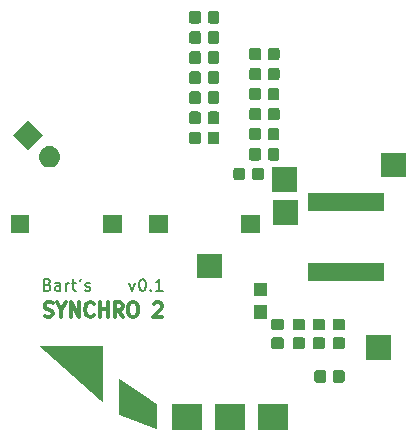
<source format=gbr>
G04 #@! TF.GenerationSoftware,KiCad,Pcbnew,5.1.4-1.fc30*
G04 #@! TF.CreationDate,2019-09-08T13:51:55+02:00*
G04 #@! TF.ProjectId,synchro2,73796e63-6872-46f3-922e-6b696361645f,rev?*
G04 #@! TF.SameCoordinates,Original*
G04 #@! TF.FileFunction,Soldermask,Top*
G04 #@! TF.FilePolarity,Negative*
%FSLAX46Y46*%
G04 Gerber Fmt 4.6, Leading zero omitted, Abs format (unit mm)*
G04 Created by KiCad (PCBNEW 5.1.4-1.fc30) date 2019-09-08 13:51:55*
%MOMM*%
%LPD*%
G04 APERTURE LIST*
%ADD10C,0.100000*%
%ADD11C,0.300000*%
%ADD12C,0.200000*%
G04 APERTURE END LIST*
D10*
G36*
X226100000Y-133650000D02*
G01*
X223650000Y-133650000D01*
X223650000Y-131500000D01*
X226100000Y-131500000D01*
X226100000Y-133650000D01*
G37*
X226100000Y-133650000D02*
X223650000Y-133650000D01*
X223650000Y-131500000D01*
X226100000Y-131500000D01*
X226100000Y-133650000D01*
G36*
X222450000Y-133650000D02*
G01*
X220000000Y-133650000D01*
X220000000Y-131500000D01*
X222450000Y-131500000D01*
X222450000Y-133650000D01*
G37*
X222450000Y-133650000D02*
X220000000Y-133650000D01*
X220000000Y-131500000D01*
X222450000Y-131500000D01*
X222450000Y-133650000D01*
G36*
X218800000Y-133650000D02*
G01*
X216350000Y-133650000D01*
X216350000Y-131500000D01*
X218800000Y-131500000D01*
X218800000Y-133650000D01*
G37*
X218800000Y-133650000D02*
X216350000Y-133650000D01*
X216350000Y-131500000D01*
X218800000Y-131500000D01*
X218800000Y-133650000D01*
G36*
X215050000Y-131550000D02*
G01*
X215050000Y-133550000D01*
X211850000Y-132400000D01*
X211850000Y-129400000D01*
X215050000Y-131550000D01*
G37*
X215050000Y-131550000D02*
X215050000Y-133550000D01*
X211850000Y-132400000D01*
X211850000Y-129400000D01*
X215050000Y-131550000D01*
G36*
X210450000Y-131250000D02*
G01*
X205200000Y-126600000D01*
X210450000Y-126600000D01*
X210450000Y-131250000D01*
G37*
X210450000Y-131250000D02*
X205200000Y-126600000D01*
X210450000Y-126600000D01*
X210450000Y-131250000D01*
D11*
X205578571Y-124085714D02*
X205750000Y-124142857D01*
X206035714Y-124142857D01*
X206150000Y-124085714D01*
X206207142Y-124028571D01*
X206264285Y-123914285D01*
X206264285Y-123800000D01*
X206207142Y-123685714D01*
X206150000Y-123628571D01*
X206035714Y-123571428D01*
X205807142Y-123514285D01*
X205692857Y-123457142D01*
X205635714Y-123400000D01*
X205578571Y-123285714D01*
X205578571Y-123171428D01*
X205635714Y-123057142D01*
X205692857Y-123000000D01*
X205807142Y-122942857D01*
X206092857Y-122942857D01*
X206264285Y-123000000D01*
X207007142Y-123571428D02*
X207007142Y-124142857D01*
X206607142Y-122942857D02*
X207007142Y-123571428D01*
X207407142Y-122942857D01*
X207807142Y-124142857D02*
X207807142Y-122942857D01*
X208492857Y-124142857D01*
X208492857Y-122942857D01*
X209750000Y-124028571D02*
X209692857Y-124085714D01*
X209521428Y-124142857D01*
X209407142Y-124142857D01*
X209235714Y-124085714D01*
X209121428Y-123971428D01*
X209064285Y-123857142D01*
X209007142Y-123628571D01*
X209007142Y-123457142D01*
X209064285Y-123228571D01*
X209121428Y-123114285D01*
X209235714Y-123000000D01*
X209407142Y-122942857D01*
X209521428Y-122942857D01*
X209692857Y-123000000D01*
X209750000Y-123057142D01*
X210264285Y-124142857D02*
X210264285Y-122942857D01*
X210264285Y-123514285D02*
X210950000Y-123514285D01*
X210950000Y-124142857D02*
X210950000Y-122942857D01*
X212207142Y-124142857D02*
X211807142Y-123571428D01*
X211521428Y-124142857D02*
X211521428Y-122942857D01*
X211978571Y-122942857D01*
X212092857Y-123000000D01*
X212150000Y-123057142D01*
X212207142Y-123171428D01*
X212207142Y-123342857D01*
X212150000Y-123457142D01*
X212092857Y-123514285D01*
X211978571Y-123571428D01*
X211521428Y-123571428D01*
X212950000Y-122942857D02*
X213178571Y-122942857D01*
X213292857Y-123000000D01*
X213407142Y-123114285D01*
X213464285Y-123342857D01*
X213464285Y-123742857D01*
X213407142Y-123971428D01*
X213292857Y-124085714D01*
X213178571Y-124142857D01*
X212950000Y-124142857D01*
X212835714Y-124085714D01*
X212721428Y-123971428D01*
X212664285Y-123742857D01*
X212664285Y-123342857D01*
X212721428Y-123114285D01*
X212835714Y-123000000D01*
X212950000Y-122942857D01*
X214835714Y-123057142D02*
X214892857Y-123000000D01*
X215007142Y-122942857D01*
X215292857Y-122942857D01*
X215407142Y-123000000D01*
X215464285Y-123057142D01*
X215521428Y-123171428D01*
X215521428Y-123285714D01*
X215464285Y-123457142D01*
X214778571Y-124142857D01*
X215521428Y-124142857D01*
D12*
X212771428Y-121285714D02*
X213009523Y-121952380D01*
X213247619Y-121285714D01*
X213819047Y-120952380D02*
X213914285Y-120952380D01*
X214009523Y-121000000D01*
X214057142Y-121047619D01*
X214104761Y-121142857D01*
X214152380Y-121333333D01*
X214152380Y-121571428D01*
X214104761Y-121761904D01*
X214057142Y-121857142D01*
X214009523Y-121904761D01*
X213914285Y-121952380D01*
X213819047Y-121952380D01*
X213723809Y-121904761D01*
X213676190Y-121857142D01*
X213628571Y-121761904D01*
X213580952Y-121571428D01*
X213580952Y-121333333D01*
X213628571Y-121142857D01*
X213676190Y-121047619D01*
X213723809Y-121000000D01*
X213819047Y-120952380D01*
X214580952Y-121857142D02*
X214628571Y-121904761D01*
X214580952Y-121952380D01*
X214533333Y-121904761D01*
X214580952Y-121857142D01*
X214580952Y-121952380D01*
X215580952Y-121952380D02*
X215009523Y-121952380D01*
X215295238Y-121952380D02*
X215295238Y-120952380D01*
X215200000Y-121095238D01*
X215104761Y-121190476D01*
X215009523Y-121238095D01*
X205830952Y-121428571D02*
X205973809Y-121476190D01*
X206021428Y-121523809D01*
X206069047Y-121619047D01*
X206069047Y-121761904D01*
X206021428Y-121857142D01*
X205973809Y-121904761D01*
X205878571Y-121952380D01*
X205497619Y-121952380D01*
X205497619Y-120952380D01*
X205830952Y-120952380D01*
X205926190Y-121000000D01*
X205973809Y-121047619D01*
X206021428Y-121142857D01*
X206021428Y-121238095D01*
X205973809Y-121333333D01*
X205926190Y-121380952D01*
X205830952Y-121428571D01*
X205497619Y-121428571D01*
X206926190Y-121952380D02*
X206926190Y-121428571D01*
X206878571Y-121333333D01*
X206783333Y-121285714D01*
X206592857Y-121285714D01*
X206497619Y-121333333D01*
X206926190Y-121904761D02*
X206830952Y-121952380D01*
X206592857Y-121952380D01*
X206497619Y-121904761D01*
X206450000Y-121809523D01*
X206450000Y-121714285D01*
X206497619Y-121619047D01*
X206592857Y-121571428D01*
X206830952Y-121571428D01*
X206926190Y-121523809D01*
X207402380Y-121952380D02*
X207402380Y-121285714D01*
X207402380Y-121476190D02*
X207450000Y-121380952D01*
X207497619Y-121333333D01*
X207592857Y-121285714D01*
X207688095Y-121285714D01*
X207878571Y-121285714D02*
X208259523Y-121285714D01*
X208021428Y-120952380D02*
X208021428Y-121809523D01*
X208069047Y-121904761D01*
X208164285Y-121952380D01*
X208259523Y-121952380D01*
X208640476Y-120952380D02*
X208545238Y-121142857D01*
X209021428Y-121904761D02*
X209116666Y-121952380D01*
X209307142Y-121952380D01*
X209402380Y-121904761D01*
X209450000Y-121809523D01*
X209450000Y-121761904D01*
X209402380Y-121666666D01*
X209307142Y-121619047D01*
X209164285Y-121619047D01*
X209069047Y-121571428D01*
X209021428Y-121476190D01*
X209021428Y-121428571D01*
X209069047Y-121333333D01*
X209164285Y-121285714D01*
X209307142Y-121285714D01*
X209402380Y-121333333D01*
D10*
G36*
X230829591Y-128678085D02*
G01*
X230863569Y-128688393D01*
X230894890Y-128705134D01*
X230922339Y-128727661D01*
X230944866Y-128755110D01*
X230961607Y-128786431D01*
X230971915Y-128820409D01*
X230976000Y-128861890D01*
X230976000Y-129538110D01*
X230971915Y-129579591D01*
X230961607Y-129613569D01*
X230944866Y-129644890D01*
X230922339Y-129672339D01*
X230894890Y-129694866D01*
X230863569Y-129711607D01*
X230829591Y-129721915D01*
X230788110Y-129726000D01*
X230186890Y-129726000D01*
X230145409Y-129721915D01*
X230111431Y-129711607D01*
X230080110Y-129694866D01*
X230052661Y-129672339D01*
X230030134Y-129644890D01*
X230013393Y-129613569D01*
X230003085Y-129579591D01*
X229999000Y-129538110D01*
X229999000Y-128861890D01*
X230003085Y-128820409D01*
X230013393Y-128786431D01*
X230030134Y-128755110D01*
X230052661Y-128727661D01*
X230080110Y-128705134D01*
X230111431Y-128688393D01*
X230145409Y-128678085D01*
X230186890Y-128674000D01*
X230788110Y-128674000D01*
X230829591Y-128678085D01*
X230829591Y-128678085D01*
G37*
G36*
X229254591Y-128678085D02*
G01*
X229288569Y-128688393D01*
X229319890Y-128705134D01*
X229347339Y-128727661D01*
X229369866Y-128755110D01*
X229386607Y-128786431D01*
X229396915Y-128820409D01*
X229401000Y-128861890D01*
X229401000Y-129538110D01*
X229396915Y-129579591D01*
X229386607Y-129613569D01*
X229369866Y-129644890D01*
X229347339Y-129672339D01*
X229319890Y-129694866D01*
X229288569Y-129711607D01*
X229254591Y-129721915D01*
X229213110Y-129726000D01*
X228611890Y-129726000D01*
X228570409Y-129721915D01*
X228536431Y-129711607D01*
X228505110Y-129694866D01*
X228477661Y-129672339D01*
X228455134Y-129644890D01*
X228438393Y-129613569D01*
X228428085Y-129579591D01*
X228424000Y-129538110D01*
X228424000Y-128861890D01*
X228428085Y-128820409D01*
X228438393Y-128786431D01*
X228455134Y-128755110D01*
X228477661Y-128727661D01*
X228505110Y-128705134D01*
X228536431Y-128688393D01*
X228570409Y-128678085D01*
X228611890Y-128674000D01*
X229213110Y-128674000D01*
X229254591Y-128678085D01*
X229254591Y-128678085D01*
G37*
G36*
X234901000Y-127801000D02*
G01*
X232799000Y-127801000D01*
X232799000Y-125699000D01*
X234901000Y-125699000D01*
X234901000Y-127801000D01*
X234901000Y-127801000D01*
G37*
G36*
X227479591Y-125903085D02*
G01*
X227513569Y-125913393D01*
X227544890Y-125930134D01*
X227572339Y-125952661D01*
X227594866Y-125980110D01*
X227611607Y-126011431D01*
X227621915Y-126045409D01*
X227626000Y-126086890D01*
X227626000Y-126688110D01*
X227621915Y-126729591D01*
X227611607Y-126763569D01*
X227594866Y-126794890D01*
X227572339Y-126822339D01*
X227544890Y-126844866D01*
X227513569Y-126861607D01*
X227479591Y-126871915D01*
X227438110Y-126876000D01*
X226761890Y-126876000D01*
X226720409Y-126871915D01*
X226686431Y-126861607D01*
X226655110Y-126844866D01*
X226627661Y-126822339D01*
X226605134Y-126794890D01*
X226588393Y-126763569D01*
X226578085Y-126729591D01*
X226574000Y-126688110D01*
X226574000Y-126086890D01*
X226578085Y-126045409D01*
X226588393Y-126011431D01*
X226605134Y-125980110D01*
X226627661Y-125952661D01*
X226655110Y-125930134D01*
X226686431Y-125913393D01*
X226720409Y-125903085D01*
X226761890Y-125899000D01*
X227438110Y-125899000D01*
X227479591Y-125903085D01*
X227479591Y-125903085D01*
G37*
G36*
X225679591Y-125903085D02*
G01*
X225713569Y-125913393D01*
X225744890Y-125930134D01*
X225772339Y-125952661D01*
X225794866Y-125980110D01*
X225811607Y-126011431D01*
X225821915Y-126045409D01*
X225826000Y-126086890D01*
X225826000Y-126688110D01*
X225821915Y-126729591D01*
X225811607Y-126763569D01*
X225794866Y-126794890D01*
X225772339Y-126822339D01*
X225744890Y-126844866D01*
X225713569Y-126861607D01*
X225679591Y-126871915D01*
X225638110Y-126876000D01*
X224961890Y-126876000D01*
X224920409Y-126871915D01*
X224886431Y-126861607D01*
X224855110Y-126844866D01*
X224827661Y-126822339D01*
X224805134Y-126794890D01*
X224788393Y-126763569D01*
X224778085Y-126729591D01*
X224774000Y-126688110D01*
X224774000Y-126086890D01*
X224778085Y-126045409D01*
X224788393Y-126011431D01*
X224805134Y-125980110D01*
X224827661Y-125952661D01*
X224855110Y-125930134D01*
X224886431Y-125913393D01*
X224920409Y-125903085D01*
X224961890Y-125899000D01*
X225638110Y-125899000D01*
X225679591Y-125903085D01*
X225679591Y-125903085D01*
G37*
G36*
X229179591Y-125903085D02*
G01*
X229213569Y-125913393D01*
X229244890Y-125930134D01*
X229272339Y-125952661D01*
X229294866Y-125980110D01*
X229311607Y-126011431D01*
X229321915Y-126045409D01*
X229326000Y-126086890D01*
X229326000Y-126688110D01*
X229321915Y-126729591D01*
X229311607Y-126763569D01*
X229294866Y-126794890D01*
X229272339Y-126822339D01*
X229244890Y-126844866D01*
X229213569Y-126861607D01*
X229179591Y-126871915D01*
X229138110Y-126876000D01*
X228461890Y-126876000D01*
X228420409Y-126871915D01*
X228386431Y-126861607D01*
X228355110Y-126844866D01*
X228327661Y-126822339D01*
X228305134Y-126794890D01*
X228288393Y-126763569D01*
X228278085Y-126729591D01*
X228274000Y-126688110D01*
X228274000Y-126086890D01*
X228278085Y-126045409D01*
X228288393Y-126011431D01*
X228305134Y-125980110D01*
X228327661Y-125952661D01*
X228355110Y-125930134D01*
X228386431Y-125913393D01*
X228420409Y-125903085D01*
X228461890Y-125899000D01*
X229138110Y-125899000D01*
X229179591Y-125903085D01*
X229179591Y-125903085D01*
G37*
G36*
X230879591Y-125903085D02*
G01*
X230913569Y-125913393D01*
X230944890Y-125930134D01*
X230972339Y-125952661D01*
X230994866Y-125980110D01*
X231011607Y-126011431D01*
X231021915Y-126045409D01*
X231026000Y-126086890D01*
X231026000Y-126688110D01*
X231021915Y-126729591D01*
X231011607Y-126763569D01*
X230994866Y-126794890D01*
X230972339Y-126822339D01*
X230944890Y-126844866D01*
X230913569Y-126861607D01*
X230879591Y-126871915D01*
X230838110Y-126876000D01*
X230161890Y-126876000D01*
X230120409Y-126871915D01*
X230086431Y-126861607D01*
X230055110Y-126844866D01*
X230027661Y-126822339D01*
X230005134Y-126794890D01*
X229988393Y-126763569D01*
X229978085Y-126729591D01*
X229974000Y-126688110D01*
X229974000Y-126086890D01*
X229978085Y-126045409D01*
X229988393Y-126011431D01*
X230005134Y-125980110D01*
X230027661Y-125952661D01*
X230055110Y-125930134D01*
X230086431Y-125913393D01*
X230120409Y-125903085D01*
X230161890Y-125899000D01*
X230838110Y-125899000D01*
X230879591Y-125903085D01*
X230879591Y-125903085D01*
G37*
G36*
X227479591Y-124328085D02*
G01*
X227513569Y-124338393D01*
X227544890Y-124355134D01*
X227572339Y-124377661D01*
X227594866Y-124405110D01*
X227611607Y-124436431D01*
X227621915Y-124470409D01*
X227626000Y-124511890D01*
X227626000Y-125113110D01*
X227621915Y-125154591D01*
X227611607Y-125188569D01*
X227594866Y-125219890D01*
X227572339Y-125247339D01*
X227544890Y-125269866D01*
X227513569Y-125286607D01*
X227479591Y-125296915D01*
X227438110Y-125301000D01*
X226761890Y-125301000D01*
X226720409Y-125296915D01*
X226686431Y-125286607D01*
X226655110Y-125269866D01*
X226627661Y-125247339D01*
X226605134Y-125219890D01*
X226588393Y-125188569D01*
X226578085Y-125154591D01*
X226574000Y-125113110D01*
X226574000Y-124511890D01*
X226578085Y-124470409D01*
X226588393Y-124436431D01*
X226605134Y-124405110D01*
X226627661Y-124377661D01*
X226655110Y-124355134D01*
X226686431Y-124338393D01*
X226720409Y-124328085D01*
X226761890Y-124324000D01*
X227438110Y-124324000D01*
X227479591Y-124328085D01*
X227479591Y-124328085D01*
G37*
G36*
X225679591Y-124328085D02*
G01*
X225713569Y-124338393D01*
X225744890Y-124355134D01*
X225772339Y-124377661D01*
X225794866Y-124405110D01*
X225811607Y-124436431D01*
X225821915Y-124470409D01*
X225826000Y-124511890D01*
X225826000Y-125113110D01*
X225821915Y-125154591D01*
X225811607Y-125188569D01*
X225794866Y-125219890D01*
X225772339Y-125247339D01*
X225744890Y-125269866D01*
X225713569Y-125286607D01*
X225679591Y-125296915D01*
X225638110Y-125301000D01*
X224961890Y-125301000D01*
X224920409Y-125296915D01*
X224886431Y-125286607D01*
X224855110Y-125269866D01*
X224827661Y-125247339D01*
X224805134Y-125219890D01*
X224788393Y-125188569D01*
X224778085Y-125154591D01*
X224774000Y-125113110D01*
X224774000Y-124511890D01*
X224778085Y-124470409D01*
X224788393Y-124436431D01*
X224805134Y-124405110D01*
X224827661Y-124377661D01*
X224855110Y-124355134D01*
X224886431Y-124338393D01*
X224920409Y-124328085D01*
X224961890Y-124324000D01*
X225638110Y-124324000D01*
X225679591Y-124328085D01*
X225679591Y-124328085D01*
G37*
G36*
X230879591Y-124328085D02*
G01*
X230913569Y-124338393D01*
X230944890Y-124355134D01*
X230972339Y-124377661D01*
X230994866Y-124405110D01*
X231011607Y-124436431D01*
X231021915Y-124470409D01*
X231026000Y-124511890D01*
X231026000Y-125113110D01*
X231021915Y-125154591D01*
X231011607Y-125188569D01*
X230994866Y-125219890D01*
X230972339Y-125247339D01*
X230944890Y-125269866D01*
X230913569Y-125286607D01*
X230879591Y-125296915D01*
X230838110Y-125301000D01*
X230161890Y-125301000D01*
X230120409Y-125296915D01*
X230086431Y-125286607D01*
X230055110Y-125269866D01*
X230027661Y-125247339D01*
X230005134Y-125219890D01*
X229988393Y-125188569D01*
X229978085Y-125154591D01*
X229974000Y-125113110D01*
X229974000Y-124511890D01*
X229978085Y-124470409D01*
X229988393Y-124436431D01*
X230005134Y-124405110D01*
X230027661Y-124377661D01*
X230055110Y-124355134D01*
X230086431Y-124338393D01*
X230120409Y-124328085D01*
X230161890Y-124324000D01*
X230838110Y-124324000D01*
X230879591Y-124328085D01*
X230879591Y-124328085D01*
G37*
G36*
X229179591Y-124328085D02*
G01*
X229213569Y-124338393D01*
X229244890Y-124355134D01*
X229272339Y-124377661D01*
X229294866Y-124405110D01*
X229311607Y-124436431D01*
X229321915Y-124470409D01*
X229326000Y-124511890D01*
X229326000Y-125113110D01*
X229321915Y-125154591D01*
X229311607Y-125188569D01*
X229294866Y-125219890D01*
X229272339Y-125247339D01*
X229244890Y-125269866D01*
X229213569Y-125286607D01*
X229179591Y-125296915D01*
X229138110Y-125301000D01*
X228461890Y-125301000D01*
X228420409Y-125296915D01*
X228386431Y-125286607D01*
X228355110Y-125269866D01*
X228327661Y-125247339D01*
X228305134Y-125219890D01*
X228288393Y-125188569D01*
X228278085Y-125154591D01*
X228274000Y-125113110D01*
X228274000Y-124511890D01*
X228278085Y-124470409D01*
X228288393Y-124436431D01*
X228305134Y-124405110D01*
X228327661Y-124377661D01*
X228355110Y-124355134D01*
X228386431Y-124338393D01*
X228420409Y-124328085D01*
X228461890Y-124324000D01*
X229138110Y-124324000D01*
X229179591Y-124328085D01*
X229179591Y-124328085D01*
G37*
G36*
X224401000Y-124301000D02*
G01*
X223299000Y-124301000D01*
X223299000Y-123199000D01*
X224401000Y-123199000D01*
X224401000Y-124301000D01*
X224401000Y-124301000D01*
G37*
G36*
X224401000Y-122401000D02*
G01*
X223299000Y-122401000D01*
X223299000Y-121299000D01*
X224401000Y-121299000D01*
X224401000Y-122401000D01*
X224401000Y-122401000D01*
G37*
G36*
X234301000Y-121126000D02*
G01*
X227899000Y-121126000D01*
X227899000Y-119574000D01*
X234301000Y-119574000D01*
X234301000Y-121126000D01*
X234301000Y-121126000D01*
G37*
G36*
X220601000Y-120901000D02*
G01*
X218499000Y-120901000D01*
X218499000Y-118799000D01*
X220601000Y-118799000D01*
X220601000Y-120901000D01*
X220601000Y-120901000D01*
G37*
G36*
X223801000Y-117101000D02*
G01*
X222199000Y-117101000D01*
X222199000Y-115499000D01*
X223801000Y-115499000D01*
X223801000Y-117101000D01*
X223801000Y-117101000D01*
G37*
G36*
X204301000Y-117101000D02*
G01*
X202699000Y-117101000D01*
X202699000Y-115499000D01*
X204301000Y-115499000D01*
X204301000Y-117101000D01*
X204301000Y-117101000D01*
G37*
G36*
X212101000Y-117101000D02*
G01*
X210499000Y-117101000D01*
X210499000Y-115499000D01*
X212101000Y-115499000D01*
X212101000Y-117101000D01*
X212101000Y-117101000D01*
G37*
G36*
X216001000Y-117101000D02*
G01*
X214399000Y-117101000D01*
X214399000Y-115499000D01*
X216001000Y-115499000D01*
X216001000Y-117101000D01*
X216001000Y-117101000D01*
G37*
G36*
X227001000Y-116351000D02*
G01*
X224899000Y-116351000D01*
X224899000Y-114249000D01*
X227001000Y-114249000D01*
X227001000Y-116351000D01*
X227001000Y-116351000D01*
G37*
G36*
X234301000Y-115226000D02*
G01*
X227899000Y-115226000D01*
X227899000Y-113674000D01*
X234301000Y-113674000D01*
X234301000Y-115226000D01*
X234301000Y-115226000D01*
G37*
G36*
X226951000Y-113551000D02*
G01*
X224849000Y-113551000D01*
X224849000Y-111449000D01*
X226951000Y-111449000D01*
X226951000Y-113551000D01*
X226951000Y-113551000D01*
G37*
G36*
X222404591Y-111528085D02*
G01*
X222438569Y-111538393D01*
X222469890Y-111555134D01*
X222497339Y-111577661D01*
X222519866Y-111605110D01*
X222536607Y-111636431D01*
X222546915Y-111670409D01*
X222551000Y-111711890D01*
X222551000Y-112388110D01*
X222546915Y-112429591D01*
X222536607Y-112463569D01*
X222519866Y-112494890D01*
X222497339Y-112522339D01*
X222469890Y-112544866D01*
X222438569Y-112561607D01*
X222404591Y-112571915D01*
X222363110Y-112576000D01*
X221761890Y-112576000D01*
X221720409Y-112571915D01*
X221686431Y-112561607D01*
X221655110Y-112544866D01*
X221627661Y-112522339D01*
X221605134Y-112494890D01*
X221588393Y-112463569D01*
X221578085Y-112429591D01*
X221574000Y-112388110D01*
X221574000Y-111711890D01*
X221578085Y-111670409D01*
X221588393Y-111636431D01*
X221605134Y-111605110D01*
X221627661Y-111577661D01*
X221655110Y-111555134D01*
X221686431Y-111538393D01*
X221720409Y-111528085D01*
X221761890Y-111524000D01*
X222363110Y-111524000D01*
X222404591Y-111528085D01*
X222404591Y-111528085D01*
G37*
G36*
X223979591Y-111528085D02*
G01*
X224013569Y-111538393D01*
X224044890Y-111555134D01*
X224072339Y-111577661D01*
X224094866Y-111605110D01*
X224111607Y-111636431D01*
X224121915Y-111670409D01*
X224126000Y-111711890D01*
X224126000Y-112388110D01*
X224121915Y-112429591D01*
X224111607Y-112463569D01*
X224094866Y-112494890D01*
X224072339Y-112522339D01*
X224044890Y-112544866D01*
X224013569Y-112561607D01*
X223979591Y-112571915D01*
X223938110Y-112576000D01*
X223336890Y-112576000D01*
X223295409Y-112571915D01*
X223261431Y-112561607D01*
X223230110Y-112544866D01*
X223202661Y-112522339D01*
X223180134Y-112494890D01*
X223163393Y-112463569D01*
X223153085Y-112429591D01*
X223149000Y-112388110D01*
X223149000Y-111711890D01*
X223153085Y-111670409D01*
X223163393Y-111636431D01*
X223180134Y-111605110D01*
X223202661Y-111577661D01*
X223230110Y-111555134D01*
X223261431Y-111538393D01*
X223295409Y-111528085D01*
X223336890Y-111524000D01*
X223938110Y-111524000D01*
X223979591Y-111528085D01*
X223979591Y-111528085D01*
G37*
G36*
X236201000Y-112351000D02*
G01*
X234099000Y-112351000D01*
X234099000Y-110249000D01*
X236201000Y-110249000D01*
X236201000Y-112351000D01*
X236201000Y-112351000D01*
G37*
G36*
X206106494Y-109701570D02*
G01*
X206172678Y-109708088D01*
X206342517Y-109759608D01*
X206499042Y-109843273D01*
X206534780Y-109872603D01*
X206636237Y-109955865D01*
X206692793Y-110024780D01*
X206748829Y-110093060D01*
X206832494Y-110249585D01*
X206884014Y-110419424D01*
X206901410Y-110596051D01*
X206884014Y-110772678D01*
X206832494Y-110942517D01*
X206748829Y-111099042D01*
X206719499Y-111134780D01*
X206636237Y-111236237D01*
X206534780Y-111319499D01*
X206499042Y-111348829D01*
X206342517Y-111432494D01*
X206172678Y-111484014D01*
X206106494Y-111490532D01*
X206040311Y-111497051D01*
X205951791Y-111497051D01*
X205885608Y-111490532D01*
X205819424Y-111484014D01*
X205649585Y-111432494D01*
X205493060Y-111348829D01*
X205457322Y-111319499D01*
X205355865Y-111236237D01*
X205272603Y-111134780D01*
X205243273Y-111099042D01*
X205159608Y-110942517D01*
X205108088Y-110772678D01*
X205090692Y-110596051D01*
X205108088Y-110419424D01*
X205159608Y-110249585D01*
X205243273Y-110093060D01*
X205299309Y-110024780D01*
X205355865Y-109955865D01*
X205457322Y-109872603D01*
X205493060Y-109843273D01*
X205649585Y-109759608D01*
X205819424Y-109708088D01*
X205885608Y-109701570D01*
X205951791Y-109695051D01*
X206040311Y-109695051D01*
X206106494Y-109701570D01*
X206106494Y-109701570D01*
G37*
G36*
X225317091Y-109878085D02*
G01*
X225351069Y-109888393D01*
X225382390Y-109905134D01*
X225409839Y-109927661D01*
X225432366Y-109955110D01*
X225449107Y-109986431D01*
X225459415Y-110020409D01*
X225463500Y-110061890D01*
X225463500Y-110738110D01*
X225459415Y-110779591D01*
X225449107Y-110813569D01*
X225432366Y-110844890D01*
X225409839Y-110872339D01*
X225382390Y-110894866D01*
X225351069Y-110911607D01*
X225317091Y-110921915D01*
X225275610Y-110926000D01*
X224674390Y-110926000D01*
X224632909Y-110921915D01*
X224598931Y-110911607D01*
X224567610Y-110894866D01*
X224540161Y-110872339D01*
X224517634Y-110844890D01*
X224500893Y-110813569D01*
X224490585Y-110779591D01*
X224486500Y-110738110D01*
X224486500Y-110061890D01*
X224490585Y-110020409D01*
X224500893Y-109986431D01*
X224517634Y-109955110D01*
X224540161Y-109927661D01*
X224567610Y-109905134D01*
X224598931Y-109888393D01*
X224632909Y-109878085D01*
X224674390Y-109874000D01*
X225275610Y-109874000D01*
X225317091Y-109878085D01*
X225317091Y-109878085D01*
G37*
G36*
X223742091Y-109878085D02*
G01*
X223776069Y-109888393D01*
X223807390Y-109905134D01*
X223834839Y-109927661D01*
X223857366Y-109955110D01*
X223874107Y-109986431D01*
X223884415Y-110020409D01*
X223888500Y-110061890D01*
X223888500Y-110738110D01*
X223884415Y-110779591D01*
X223874107Y-110813569D01*
X223857366Y-110844890D01*
X223834839Y-110872339D01*
X223807390Y-110894866D01*
X223776069Y-110911607D01*
X223742091Y-110921915D01*
X223700610Y-110926000D01*
X223099390Y-110926000D01*
X223057909Y-110921915D01*
X223023931Y-110911607D01*
X222992610Y-110894866D01*
X222965161Y-110872339D01*
X222942634Y-110844890D01*
X222925893Y-110813569D01*
X222915585Y-110779591D01*
X222911500Y-110738110D01*
X222911500Y-110061890D01*
X222915585Y-110020409D01*
X222925893Y-109986431D01*
X222942634Y-109955110D01*
X222965161Y-109927661D01*
X222992610Y-109905134D01*
X223023931Y-109888393D01*
X223057909Y-109878085D01*
X223099390Y-109874000D01*
X223700610Y-109874000D01*
X223742091Y-109878085D01*
X223742091Y-109878085D01*
G37*
G36*
X205474206Y-108800000D02*
G01*
X204200000Y-110074206D01*
X202925794Y-108800000D01*
X204200000Y-107525794D01*
X205474206Y-108800000D01*
X205474206Y-108800000D01*
G37*
G36*
X218654591Y-108478085D02*
G01*
X218688569Y-108488393D01*
X218719890Y-108505134D01*
X218747339Y-108527661D01*
X218769866Y-108555110D01*
X218786607Y-108586431D01*
X218796915Y-108620409D01*
X218801000Y-108661890D01*
X218801000Y-109338110D01*
X218796915Y-109379591D01*
X218786607Y-109413569D01*
X218769866Y-109444890D01*
X218747339Y-109472339D01*
X218719890Y-109494866D01*
X218688569Y-109511607D01*
X218654591Y-109521915D01*
X218613110Y-109526000D01*
X218011890Y-109526000D01*
X217970409Y-109521915D01*
X217936431Y-109511607D01*
X217905110Y-109494866D01*
X217877661Y-109472339D01*
X217855134Y-109444890D01*
X217838393Y-109413569D01*
X217828085Y-109379591D01*
X217824000Y-109338110D01*
X217824000Y-108661890D01*
X217828085Y-108620409D01*
X217838393Y-108586431D01*
X217855134Y-108555110D01*
X217877661Y-108527661D01*
X217905110Y-108505134D01*
X217936431Y-108488393D01*
X217970409Y-108478085D01*
X218011890Y-108474000D01*
X218613110Y-108474000D01*
X218654591Y-108478085D01*
X218654591Y-108478085D01*
G37*
G36*
X220229591Y-108478085D02*
G01*
X220263569Y-108488393D01*
X220294890Y-108505134D01*
X220322339Y-108527661D01*
X220344866Y-108555110D01*
X220361607Y-108586431D01*
X220371915Y-108620409D01*
X220376000Y-108661890D01*
X220376000Y-109338110D01*
X220371915Y-109379591D01*
X220361607Y-109413569D01*
X220344866Y-109444890D01*
X220322339Y-109472339D01*
X220294890Y-109494866D01*
X220263569Y-109511607D01*
X220229591Y-109521915D01*
X220188110Y-109526000D01*
X219586890Y-109526000D01*
X219545409Y-109521915D01*
X219511431Y-109511607D01*
X219480110Y-109494866D01*
X219452661Y-109472339D01*
X219430134Y-109444890D01*
X219413393Y-109413569D01*
X219403085Y-109379591D01*
X219399000Y-109338110D01*
X219399000Y-108661890D01*
X219403085Y-108620409D01*
X219413393Y-108586431D01*
X219430134Y-108555110D01*
X219452661Y-108527661D01*
X219480110Y-108505134D01*
X219511431Y-108488393D01*
X219545409Y-108478085D01*
X219586890Y-108474000D01*
X220188110Y-108474000D01*
X220229591Y-108478085D01*
X220229591Y-108478085D01*
G37*
G36*
X223742091Y-108178085D02*
G01*
X223776069Y-108188393D01*
X223807390Y-108205134D01*
X223834839Y-108227661D01*
X223857366Y-108255110D01*
X223874107Y-108286431D01*
X223884415Y-108320409D01*
X223888500Y-108361890D01*
X223888500Y-109038110D01*
X223884415Y-109079591D01*
X223874107Y-109113569D01*
X223857366Y-109144890D01*
X223834839Y-109172339D01*
X223807390Y-109194866D01*
X223776069Y-109211607D01*
X223742091Y-109221915D01*
X223700610Y-109226000D01*
X223099390Y-109226000D01*
X223057909Y-109221915D01*
X223023931Y-109211607D01*
X222992610Y-109194866D01*
X222965161Y-109172339D01*
X222942634Y-109144890D01*
X222925893Y-109113569D01*
X222915585Y-109079591D01*
X222911500Y-109038110D01*
X222911500Y-108361890D01*
X222915585Y-108320409D01*
X222925893Y-108286431D01*
X222942634Y-108255110D01*
X222965161Y-108227661D01*
X222992610Y-108205134D01*
X223023931Y-108188393D01*
X223057909Y-108178085D01*
X223099390Y-108174000D01*
X223700610Y-108174000D01*
X223742091Y-108178085D01*
X223742091Y-108178085D01*
G37*
G36*
X225317091Y-108178085D02*
G01*
X225351069Y-108188393D01*
X225382390Y-108205134D01*
X225409839Y-108227661D01*
X225432366Y-108255110D01*
X225449107Y-108286431D01*
X225459415Y-108320409D01*
X225463500Y-108361890D01*
X225463500Y-109038110D01*
X225459415Y-109079591D01*
X225449107Y-109113569D01*
X225432366Y-109144890D01*
X225409839Y-109172339D01*
X225382390Y-109194866D01*
X225351069Y-109211607D01*
X225317091Y-109221915D01*
X225275610Y-109226000D01*
X224674390Y-109226000D01*
X224632909Y-109221915D01*
X224598931Y-109211607D01*
X224567610Y-109194866D01*
X224540161Y-109172339D01*
X224517634Y-109144890D01*
X224500893Y-109113569D01*
X224490585Y-109079591D01*
X224486500Y-109038110D01*
X224486500Y-108361890D01*
X224490585Y-108320409D01*
X224500893Y-108286431D01*
X224517634Y-108255110D01*
X224540161Y-108227661D01*
X224567610Y-108205134D01*
X224598931Y-108188393D01*
X224632909Y-108178085D01*
X224674390Y-108174000D01*
X225275610Y-108174000D01*
X225317091Y-108178085D01*
X225317091Y-108178085D01*
G37*
G36*
X220229591Y-106778085D02*
G01*
X220263569Y-106788393D01*
X220294890Y-106805134D01*
X220322339Y-106827661D01*
X220344866Y-106855110D01*
X220361607Y-106886431D01*
X220371915Y-106920409D01*
X220376000Y-106961890D01*
X220376000Y-107638110D01*
X220371915Y-107679591D01*
X220361607Y-107713569D01*
X220344866Y-107744890D01*
X220322339Y-107772339D01*
X220294890Y-107794866D01*
X220263569Y-107811607D01*
X220229591Y-107821915D01*
X220188110Y-107826000D01*
X219586890Y-107826000D01*
X219545409Y-107821915D01*
X219511431Y-107811607D01*
X219480110Y-107794866D01*
X219452661Y-107772339D01*
X219430134Y-107744890D01*
X219413393Y-107713569D01*
X219403085Y-107679591D01*
X219399000Y-107638110D01*
X219399000Y-106961890D01*
X219403085Y-106920409D01*
X219413393Y-106886431D01*
X219430134Y-106855110D01*
X219452661Y-106827661D01*
X219480110Y-106805134D01*
X219511431Y-106788393D01*
X219545409Y-106778085D01*
X219586890Y-106774000D01*
X220188110Y-106774000D01*
X220229591Y-106778085D01*
X220229591Y-106778085D01*
G37*
G36*
X218654591Y-106778085D02*
G01*
X218688569Y-106788393D01*
X218719890Y-106805134D01*
X218747339Y-106827661D01*
X218769866Y-106855110D01*
X218786607Y-106886431D01*
X218796915Y-106920409D01*
X218801000Y-106961890D01*
X218801000Y-107638110D01*
X218796915Y-107679591D01*
X218786607Y-107713569D01*
X218769866Y-107744890D01*
X218747339Y-107772339D01*
X218719890Y-107794866D01*
X218688569Y-107811607D01*
X218654591Y-107821915D01*
X218613110Y-107826000D01*
X218011890Y-107826000D01*
X217970409Y-107821915D01*
X217936431Y-107811607D01*
X217905110Y-107794866D01*
X217877661Y-107772339D01*
X217855134Y-107744890D01*
X217838393Y-107713569D01*
X217828085Y-107679591D01*
X217824000Y-107638110D01*
X217824000Y-106961890D01*
X217828085Y-106920409D01*
X217838393Y-106886431D01*
X217855134Y-106855110D01*
X217877661Y-106827661D01*
X217905110Y-106805134D01*
X217936431Y-106788393D01*
X217970409Y-106778085D01*
X218011890Y-106774000D01*
X218613110Y-106774000D01*
X218654591Y-106778085D01*
X218654591Y-106778085D01*
G37*
G36*
X225329591Y-106478085D02*
G01*
X225363569Y-106488393D01*
X225394890Y-106505134D01*
X225422339Y-106527661D01*
X225444866Y-106555110D01*
X225461607Y-106586431D01*
X225471915Y-106620409D01*
X225476000Y-106661890D01*
X225476000Y-107338110D01*
X225471915Y-107379591D01*
X225461607Y-107413569D01*
X225444866Y-107444890D01*
X225422339Y-107472339D01*
X225394890Y-107494866D01*
X225363569Y-107511607D01*
X225329591Y-107521915D01*
X225288110Y-107526000D01*
X224686890Y-107526000D01*
X224645409Y-107521915D01*
X224611431Y-107511607D01*
X224580110Y-107494866D01*
X224552661Y-107472339D01*
X224530134Y-107444890D01*
X224513393Y-107413569D01*
X224503085Y-107379591D01*
X224499000Y-107338110D01*
X224499000Y-106661890D01*
X224503085Y-106620409D01*
X224513393Y-106586431D01*
X224530134Y-106555110D01*
X224552661Y-106527661D01*
X224580110Y-106505134D01*
X224611431Y-106488393D01*
X224645409Y-106478085D01*
X224686890Y-106474000D01*
X225288110Y-106474000D01*
X225329591Y-106478085D01*
X225329591Y-106478085D01*
G37*
G36*
X223754591Y-106478085D02*
G01*
X223788569Y-106488393D01*
X223819890Y-106505134D01*
X223847339Y-106527661D01*
X223869866Y-106555110D01*
X223886607Y-106586431D01*
X223896915Y-106620409D01*
X223901000Y-106661890D01*
X223901000Y-107338110D01*
X223896915Y-107379591D01*
X223886607Y-107413569D01*
X223869866Y-107444890D01*
X223847339Y-107472339D01*
X223819890Y-107494866D01*
X223788569Y-107511607D01*
X223754591Y-107521915D01*
X223713110Y-107526000D01*
X223111890Y-107526000D01*
X223070409Y-107521915D01*
X223036431Y-107511607D01*
X223005110Y-107494866D01*
X222977661Y-107472339D01*
X222955134Y-107444890D01*
X222938393Y-107413569D01*
X222928085Y-107379591D01*
X222924000Y-107338110D01*
X222924000Y-106661890D01*
X222928085Y-106620409D01*
X222938393Y-106586431D01*
X222955134Y-106555110D01*
X222977661Y-106527661D01*
X223005110Y-106505134D01*
X223036431Y-106488393D01*
X223070409Y-106478085D01*
X223111890Y-106474000D01*
X223713110Y-106474000D01*
X223754591Y-106478085D01*
X223754591Y-106478085D01*
G37*
G36*
X218654591Y-105078085D02*
G01*
X218688569Y-105088393D01*
X218719890Y-105105134D01*
X218747339Y-105127661D01*
X218769866Y-105155110D01*
X218786607Y-105186431D01*
X218796915Y-105220409D01*
X218801000Y-105261890D01*
X218801000Y-105938110D01*
X218796915Y-105979591D01*
X218786607Y-106013569D01*
X218769866Y-106044890D01*
X218747339Y-106072339D01*
X218719890Y-106094866D01*
X218688569Y-106111607D01*
X218654591Y-106121915D01*
X218613110Y-106126000D01*
X218011890Y-106126000D01*
X217970409Y-106121915D01*
X217936431Y-106111607D01*
X217905110Y-106094866D01*
X217877661Y-106072339D01*
X217855134Y-106044890D01*
X217838393Y-106013569D01*
X217828085Y-105979591D01*
X217824000Y-105938110D01*
X217824000Y-105261890D01*
X217828085Y-105220409D01*
X217838393Y-105186431D01*
X217855134Y-105155110D01*
X217877661Y-105127661D01*
X217905110Y-105105134D01*
X217936431Y-105088393D01*
X217970409Y-105078085D01*
X218011890Y-105074000D01*
X218613110Y-105074000D01*
X218654591Y-105078085D01*
X218654591Y-105078085D01*
G37*
G36*
X220229591Y-105078085D02*
G01*
X220263569Y-105088393D01*
X220294890Y-105105134D01*
X220322339Y-105127661D01*
X220344866Y-105155110D01*
X220361607Y-105186431D01*
X220371915Y-105220409D01*
X220376000Y-105261890D01*
X220376000Y-105938110D01*
X220371915Y-105979591D01*
X220361607Y-106013569D01*
X220344866Y-106044890D01*
X220322339Y-106072339D01*
X220294890Y-106094866D01*
X220263569Y-106111607D01*
X220229591Y-106121915D01*
X220188110Y-106126000D01*
X219586890Y-106126000D01*
X219545409Y-106121915D01*
X219511431Y-106111607D01*
X219480110Y-106094866D01*
X219452661Y-106072339D01*
X219430134Y-106044890D01*
X219413393Y-106013569D01*
X219403085Y-105979591D01*
X219399000Y-105938110D01*
X219399000Y-105261890D01*
X219403085Y-105220409D01*
X219413393Y-105186431D01*
X219430134Y-105155110D01*
X219452661Y-105127661D01*
X219480110Y-105105134D01*
X219511431Y-105088393D01*
X219545409Y-105078085D01*
X219586890Y-105074000D01*
X220188110Y-105074000D01*
X220229591Y-105078085D01*
X220229591Y-105078085D01*
G37*
G36*
X223742091Y-104778085D02*
G01*
X223776069Y-104788393D01*
X223807390Y-104805134D01*
X223834839Y-104827661D01*
X223857366Y-104855110D01*
X223874107Y-104886431D01*
X223884415Y-104920409D01*
X223888500Y-104961890D01*
X223888500Y-105638110D01*
X223884415Y-105679591D01*
X223874107Y-105713569D01*
X223857366Y-105744890D01*
X223834839Y-105772339D01*
X223807390Y-105794866D01*
X223776069Y-105811607D01*
X223742091Y-105821915D01*
X223700610Y-105826000D01*
X223099390Y-105826000D01*
X223057909Y-105821915D01*
X223023931Y-105811607D01*
X222992610Y-105794866D01*
X222965161Y-105772339D01*
X222942634Y-105744890D01*
X222925893Y-105713569D01*
X222915585Y-105679591D01*
X222911500Y-105638110D01*
X222911500Y-104961890D01*
X222915585Y-104920409D01*
X222925893Y-104886431D01*
X222942634Y-104855110D01*
X222965161Y-104827661D01*
X222992610Y-104805134D01*
X223023931Y-104788393D01*
X223057909Y-104778085D01*
X223099390Y-104774000D01*
X223700610Y-104774000D01*
X223742091Y-104778085D01*
X223742091Y-104778085D01*
G37*
G36*
X225317091Y-104778085D02*
G01*
X225351069Y-104788393D01*
X225382390Y-104805134D01*
X225409839Y-104827661D01*
X225432366Y-104855110D01*
X225449107Y-104886431D01*
X225459415Y-104920409D01*
X225463500Y-104961890D01*
X225463500Y-105638110D01*
X225459415Y-105679591D01*
X225449107Y-105713569D01*
X225432366Y-105744890D01*
X225409839Y-105772339D01*
X225382390Y-105794866D01*
X225351069Y-105811607D01*
X225317091Y-105821915D01*
X225275610Y-105826000D01*
X224674390Y-105826000D01*
X224632909Y-105821915D01*
X224598931Y-105811607D01*
X224567610Y-105794866D01*
X224540161Y-105772339D01*
X224517634Y-105744890D01*
X224500893Y-105713569D01*
X224490585Y-105679591D01*
X224486500Y-105638110D01*
X224486500Y-104961890D01*
X224490585Y-104920409D01*
X224500893Y-104886431D01*
X224517634Y-104855110D01*
X224540161Y-104827661D01*
X224567610Y-104805134D01*
X224598931Y-104788393D01*
X224632909Y-104778085D01*
X224674390Y-104774000D01*
X225275610Y-104774000D01*
X225317091Y-104778085D01*
X225317091Y-104778085D01*
G37*
G36*
X220229591Y-103378085D02*
G01*
X220263569Y-103388393D01*
X220294890Y-103405134D01*
X220322339Y-103427661D01*
X220344866Y-103455110D01*
X220361607Y-103486431D01*
X220371915Y-103520409D01*
X220376000Y-103561890D01*
X220376000Y-104238110D01*
X220371915Y-104279591D01*
X220361607Y-104313569D01*
X220344866Y-104344890D01*
X220322339Y-104372339D01*
X220294890Y-104394866D01*
X220263569Y-104411607D01*
X220229591Y-104421915D01*
X220188110Y-104426000D01*
X219586890Y-104426000D01*
X219545409Y-104421915D01*
X219511431Y-104411607D01*
X219480110Y-104394866D01*
X219452661Y-104372339D01*
X219430134Y-104344890D01*
X219413393Y-104313569D01*
X219403085Y-104279591D01*
X219399000Y-104238110D01*
X219399000Y-103561890D01*
X219403085Y-103520409D01*
X219413393Y-103486431D01*
X219430134Y-103455110D01*
X219452661Y-103427661D01*
X219480110Y-103405134D01*
X219511431Y-103388393D01*
X219545409Y-103378085D01*
X219586890Y-103374000D01*
X220188110Y-103374000D01*
X220229591Y-103378085D01*
X220229591Y-103378085D01*
G37*
G36*
X218654591Y-103378085D02*
G01*
X218688569Y-103388393D01*
X218719890Y-103405134D01*
X218747339Y-103427661D01*
X218769866Y-103455110D01*
X218786607Y-103486431D01*
X218796915Y-103520409D01*
X218801000Y-103561890D01*
X218801000Y-104238110D01*
X218796915Y-104279591D01*
X218786607Y-104313569D01*
X218769866Y-104344890D01*
X218747339Y-104372339D01*
X218719890Y-104394866D01*
X218688569Y-104411607D01*
X218654591Y-104421915D01*
X218613110Y-104426000D01*
X218011890Y-104426000D01*
X217970409Y-104421915D01*
X217936431Y-104411607D01*
X217905110Y-104394866D01*
X217877661Y-104372339D01*
X217855134Y-104344890D01*
X217838393Y-104313569D01*
X217828085Y-104279591D01*
X217824000Y-104238110D01*
X217824000Y-103561890D01*
X217828085Y-103520409D01*
X217838393Y-103486431D01*
X217855134Y-103455110D01*
X217877661Y-103427661D01*
X217905110Y-103405134D01*
X217936431Y-103388393D01*
X217970409Y-103378085D01*
X218011890Y-103374000D01*
X218613110Y-103374000D01*
X218654591Y-103378085D01*
X218654591Y-103378085D01*
G37*
G36*
X223754591Y-103078085D02*
G01*
X223788569Y-103088393D01*
X223819890Y-103105134D01*
X223847339Y-103127661D01*
X223869866Y-103155110D01*
X223886607Y-103186431D01*
X223896915Y-103220409D01*
X223901000Y-103261890D01*
X223901000Y-103938110D01*
X223896915Y-103979591D01*
X223886607Y-104013569D01*
X223869866Y-104044890D01*
X223847339Y-104072339D01*
X223819890Y-104094866D01*
X223788569Y-104111607D01*
X223754591Y-104121915D01*
X223713110Y-104126000D01*
X223111890Y-104126000D01*
X223070409Y-104121915D01*
X223036431Y-104111607D01*
X223005110Y-104094866D01*
X222977661Y-104072339D01*
X222955134Y-104044890D01*
X222938393Y-104013569D01*
X222928085Y-103979591D01*
X222924000Y-103938110D01*
X222924000Y-103261890D01*
X222928085Y-103220409D01*
X222938393Y-103186431D01*
X222955134Y-103155110D01*
X222977661Y-103127661D01*
X223005110Y-103105134D01*
X223036431Y-103088393D01*
X223070409Y-103078085D01*
X223111890Y-103074000D01*
X223713110Y-103074000D01*
X223754591Y-103078085D01*
X223754591Y-103078085D01*
G37*
G36*
X225329591Y-103078085D02*
G01*
X225363569Y-103088393D01*
X225394890Y-103105134D01*
X225422339Y-103127661D01*
X225444866Y-103155110D01*
X225461607Y-103186431D01*
X225471915Y-103220409D01*
X225476000Y-103261890D01*
X225476000Y-103938110D01*
X225471915Y-103979591D01*
X225461607Y-104013569D01*
X225444866Y-104044890D01*
X225422339Y-104072339D01*
X225394890Y-104094866D01*
X225363569Y-104111607D01*
X225329591Y-104121915D01*
X225288110Y-104126000D01*
X224686890Y-104126000D01*
X224645409Y-104121915D01*
X224611431Y-104111607D01*
X224580110Y-104094866D01*
X224552661Y-104072339D01*
X224530134Y-104044890D01*
X224513393Y-104013569D01*
X224503085Y-103979591D01*
X224499000Y-103938110D01*
X224499000Y-103261890D01*
X224503085Y-103220409D01*
X224513393Y-103186431D01*
X224530134Y-103155110D01*
X224552661Y-103127661D01*
X224580110Y-103105134D01*
X224611431Y-103088393D01*
X224645409Y-103078085D01*
X224686890Y-103074000D01*
X225288110Y-103074000D01*
X225329591Y-103078085D01*
X225329591Y-103078085D01*
G37*
G36*
X218667091Y-101678085D02*
G01*
X218701069Y-101688393D01*
X218732390Y-101705134D01*
X218759839Y-101727661D01*
X218782366Y-101755110D01*
X218799107Y-101786431D01*
X218809415Y-101820409D01*
X218813500Y-101861890D01*
X218813500Y-102538110D01*
X218809415Y-102579591D01*
X218799107Y-102613569D01*
X218782366Y-102644890D01*
X218759839Y-102672339D01*
X218732390Y-102694866D01*
X218701069Y-102711607D01*
X218667091Y-102721915D01*
X218625610Y-102726000D01*
X218024390Y-102726000D01*
X217982909Y-102721915D01*
X217948931Y-102711607D01*
X217917610Y-102694866D01*
X217890161Y-102672339D01*
X217867634Y-102644890D01*
X217850893Y-102613569D01*
X217840585Y-102579591D01*
X217836500Y-102538110D01*
X217836500Y-101861890D01*
X217840585Y-101820409D01*
X217850893Y-101786431D01*
X217867634Y-101755110D01*
X217890161Y-101727661D01*
X217917610Y-101705134D01*
X217948931Y-101688393D01*
X217982909Y-101678085D01*
X218024390Y-101674000D01*
X218625610Y-101674000D01*
X218667091Y-101678085D01*
X218667091Y-101678085D01*
G37*
G36*
X220242091Y-101678085D02*
G01*
X220276069Y-101688393D01*
X220307390Y-101705134D01*
X220334839Y-101727661D01*
X220357366Y-101755110D01*
X220374107Y-101786431D01*
X220384415Y-101820409D01*
X220388500Y-101861890D01*
X220388500Y-102538110D01*
X220384415Y-102579591D01*
X220374107Y-102613569D01*
X220357366Y-102644890D01*
X220334839Y-102672339D01*
X220307390Y-102694866D01*
X220276069Y-102711607D01*
X220242091Y-102721915D01*
X220200610Y-102726000D01*
X219599390Y-102726000D01*
X219557909Y-102721915D01*
X219523931Y-102711607D01*
X219492610Y-102694866D01*
X219465161Y-102672339D01*
X219442634Y-102644890D01*
X219425893Y-102613569D01*
X219415585Y-102579591D01*
X219411500Y-102538110D01*
X219411500Y-101861890D01*
X219415585Y-101820409D01*
X219425893Y-101786431D01*
X219442634Y-101755110D01*
X219465161Y-101727661D01*
X219492610Y-101705134D01*
X219523931Y-101688393D01*
X219557909Y-101678085D01*
X219599390Y-101674000D01*
X220200610Y-101674000D01*
X220242091Y-101678085D01*
X220242091Y-101678085D01*
G37*
G36*
X223754591Y-101378085D02*
G01*
X223788569Y-101388393D01*
X223819890Y-101405134D01*
X223847339Y-101427661D01*
X223869866Y-101455110D01*
X223886607Y-101486431D01*
X223896915Y-101520409D01*
X223901000Y-101561890D01*
X223901000Y-102238110D01*
X223896915Y-102279591D01*
X223886607Y-102313569D01*
X223869866Y-102344890D01*
X223847339Y-102372339D01*
X223819890Y-102394866D01*
X223788569Y-102411607D01*
X223754591Y-102421915D01*
X223713110Y-102426000D01*
X223111890Y-102426000D01*
X223070409Y-102421915D01*
X223036431Y-102411607D01*
X223005110Y-102394866D01*
X222977661Y-102372339D01*
X222955134Y-102344890D01*
X222938393Y-102313569D01*
X222928085Y-102279591D01*
X222924000Y-102238110D01*
X222924000Y-101561890D01*
X222928085Y-101520409D01*
X222938393Y-101486431D01*
X222955134Y-101455110D01*
X222977661Y-101427661D01*
X223005110Y-101405134D01*
X223036431Y-101388393D01*
X223070409Y-101378085D01*
X223111890Y-101374000D01*
X223713110Y-101374000D01*
X223754591Y-101378085D01*
X223754591Y-101378085D01*
G37*
G36*
X225329591Y-101378085D02*
G01*
X225363569Y-101388393D01*
X225394890Y-101405134D01*
X225422339Y-101427661D01*
X225444866Y-101455110D01*
X225461607Y-101486431D01*
X225471915Y-101520409D01*
X225476000Y-101561890D01*
X225476000Y-102238110D01*
X225471915Y-102279591D01*
X225461607Y-102313569D01*
X225444866Y-102344890D01*
X225422339Y-102372339D01*
X225394890Y-102394866D01*
X225363569Y-102411607D01*
X225329591Y-102421915D01*
X225288110Y-102426000D01*
X224686890Y-102426000D01*
X224645409Y-102421915D01*
X224611431Y-102411607D01*
X224580110Y-102394866D01*
X224552661Y-102372339D01*
X224530134Y-102344890D01*
X224513393Y-102313569D01*
X224503085Y-102279591D01*
X224499000Y-102238110D01*
X224499000Y-101561890D01*
X224503085Y-101520409D01*
X224513393Y-101486431D01*
X224530134Y-101455110D01*
X224552661Y-101427661D01*
X224580110Y-101405134D01*
X224611431Y-101388393D01*
X224645409Y-101378085D01*
X224686890Y-101374000D01*
X225288110Y-101374000D01*
X225329591Y-101378085D01*
X225329591Y-101378085D01*
G37*
G36*
X220242091Y-99978085D02*
G01*
X220276069Y-99988393D01*
X220307390Y-100005134D01*
X220334839Y-100027661D01*
X220357366Y-100055110D01*
X220374107Y-100086431D01*
X220384415Y-100120409D01*
X220388500Y-100161890D01*
X220388500Y-100838110D01*
X220384415Y-100879591D01*
X220374107Y-100913569D01*
X220357366Y-100944890D01*
X220334839Y-100972339D01*
X220307390Y-100994866D01*
X220276069Y-101011607D01*
X220242091Y-101021915D01*
X220200610Y-101026000D01*
X219599390Y-101026000D01*
X219557909Y-101021915D01*
X219523931Y-101011607D01*
X219492610Y-100994866D01*
X219465161Y-100972339D01*
X219442634Y-100944890D01*
X219425893Y-100913569D01*
X219415585Y-100879591D01*
X219411500Y-100838110D01*
X219411500Y-100161890D01*
X219415585Y-100120409D01*
X219425893Y-100086431D01*
X219442634Y-100055110D01*
X219465161Y-100027661D01*
X219492610Y-100005134D01*
X219523931Y-99988393D01*
X219557909Y-99978085D01*
X219599390Y-99974000D01*
X220200610Y-99974000D01*
X220242091Y-99978085D01*
X220242091Y-99978085D01*
G37*
G36*
X218667091Y-99978085D02*
G01*
X218701069Y-99988393D01*
X218732390Y-100005134D01*
X218759839Y-100027661D01*
X218782366Y-100055110D01*
X218799107Y-100086431D01*
X218809415Y-100120409D01*
X218813500Y-100161890D01*
X218813500Y-100838110D01*
X218809415Y-100879591D01*
X218799107Y-100913569D01*
X218782366Y-100944890D01*
X218759839Y-100972339D01*
X218732390Y-100994866D01*
X218701069Y-101011607D01*
X218667091Y-101021915D01*
X218625610Y-101026000D01*
X218024390Y-101026000D01*
X217982909Y-101021915D01*
X217948931Y-101011607D01*
X217917610Y-100994866D01*
X217890161Y-100972339D01*
X217867634Y-100944890D01*
X217850893Y-100913569D01*
X217840585Y-100879591D01*
X217836500Y-100838110D01*
X217836500Y-100161890D01*
X217840585Y-100120409D01*
X217850893Y-100086431D01*
X217867634Y-100055110D01*
X217890161Y-100027661D01*
X217917610Y-100005134D01*
X217948931Y-99988393D01*
X217982909Y-99978085D01*
X218024390Y-99974000D01*
X218625610Y-99974000D01*
X218667091Y-99978085D01*
X218667091Y-99978085D01*
G37*
G36*
X218667091Y-98278085D02*
G01*
X218701069Y-98288393D01*
X218732390Y-98305134D01*
X218759839Y-98327661D01*
X218782366Y-98355110D01*
X218799107Y-98386431D01*
X218809415Y-98420409D01*
X218813500Y-98461890D01*
X218813500Y-99138110D01*
X218809415Y-99179591D01*
X218799107Y-99213569D01*
X218782366Y-99244890D01*
X218759839Y-99272339D01*
X218732390Y-99294866D01*
X218701069Y-99311607D01*
X218667091Y-99321915D01*
X218625610Y-99326000D01*
X218024390Y-99326000D01*
X217982909Y-99321915D01*
X217948931Y-99311607D01*
X217917610Y-99294866D01*
X217890161Y-99272339D01*
X217867634Y-99244890D01*
X217850893Y-99213569D01*
X217840585Y-99179591D01*
X217836500Y-99138110D01*
X217836500Y-98461890D01*
X217840585Y-98420409D01*
X217850893Y-98386431D01*
X217867634Y-98355110D01*
X217890161Y-98327661D01*
X217917610Y-98305134D01*
X217948931Y-98288393D01*
X217982909Y-98278085D01*
X218024390Y-98274000D01*
X218625610Y-98274000D01*
X218667091Y-98278085D01*
X218667091Y-98278085D01*
G37*
G36*
X220242091Y-98278085D02*
G01*
X220276069Y-98288393D01*
X220307390Y-98305134D01*
X220334839Y-98327661D01*
X220357366Y-98355110D01*
X220374107Y-98386431D01*
X220384415Y-98420409D01*
X220388500Y-98461890D01*
X220388500Y-99138110D01*
X220384415Y-99179591D01*
X220374107Y-99213569D01*
X220357366Y-99244890D01*
X220334839Y-99272339D01*
X220307390Y-99294866D01*
X220276069Y-99311607D01*
X220242091Y-99321915D01*
X220200610Y-99326000D01*
X219599390Y-99326000D01*
X219557909Y-99321915D01*
X219523931Y-99311607D01*
X219492610Y-99294866D01*
X219465161Y-99272339D01*
X219442634Y-99244890D01*
X219425893Y-99213569D01*
X219415585Y-99179591D01*
X219411500Y-99138110D01*
X219411500Y-98461890D01*
X219415585Y-98420409D01*
X219425893Y-98386431D01*
X219442634Y-98355110D01*
X219465161Y-98327661D01*
X219492610Y-98305134D01*
X219523931Y-98288393D01*
X219557909Y-98278085D01*
X219599390Y-98274000D01*
X220200610Y-98274000D01*
X220242091Y-98278085D01*
X220242091Y-98278085D01*
G37*
M02*

</source>
